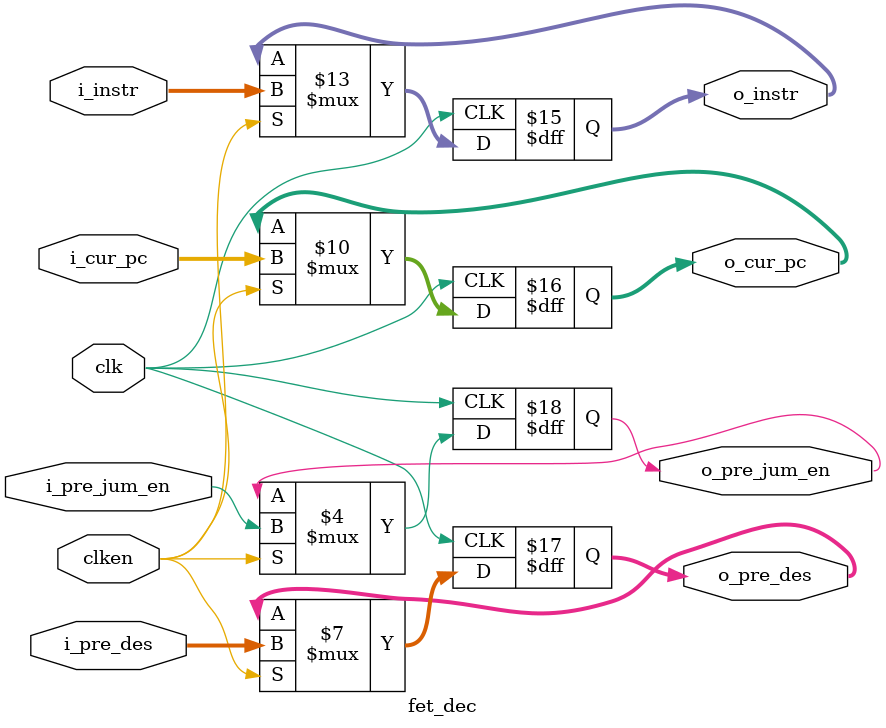
<source format=v>
`timescale 1ns / 1ps
`include "Define.v"


module fet_dec(
        input clk,
        input clken,

        input [31:0] i_instr,
    input [19:0] i_cur_pc,
    input [19:0] i_pre_des,
    input i_pre_jum_en,
    
    output reg [31:0] o_instr,
    output reg [19:0] o_cur_pc,
    output reg [19:0] o_pre_des,
    output reg o_pre_jum_en
    );

    always @ (posedge clk)
    begin
        if(clken == 1'b1)
        begin
           o_instr = i_instr;
        o_cur_pc = i_cur_pc;
        o_pre_des = i_pre_des;
        o_pre_jum_en = i_pre_jum_en;
        end
    end
endmodule

</source>
